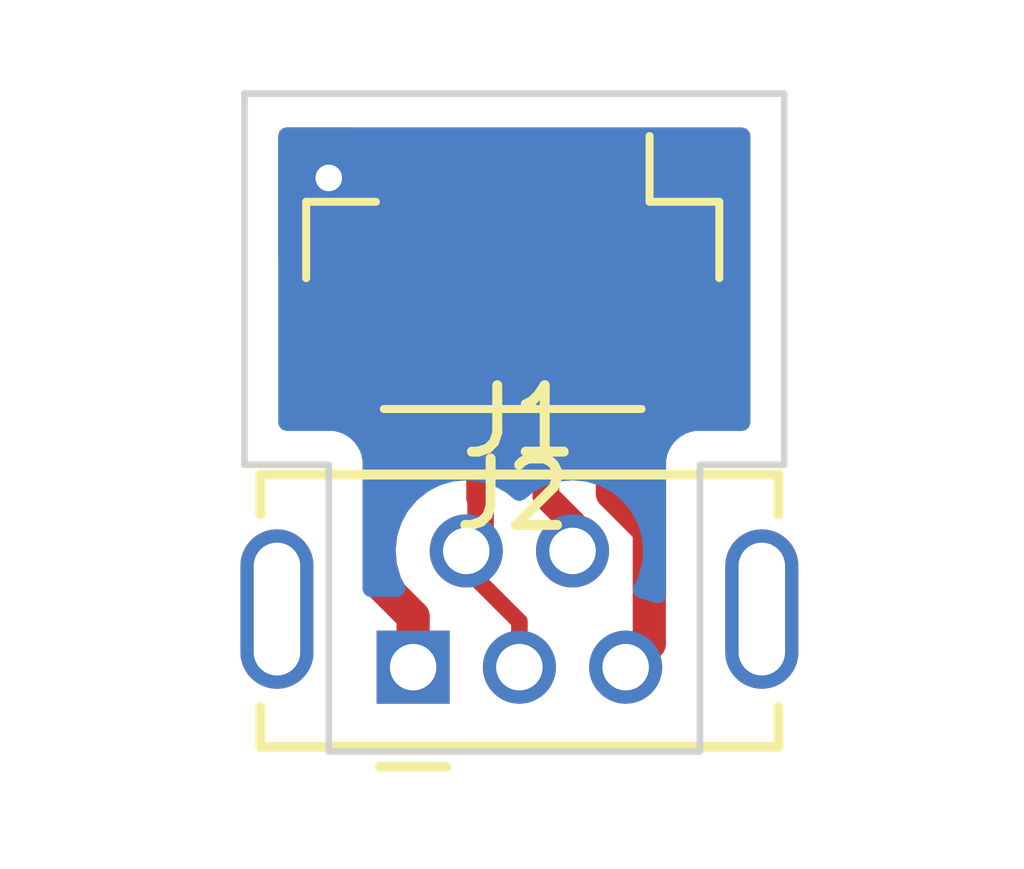
<source format=kicad_pcb>
(kicad_pcb (version 20211014) (generator pcbnew)
  (layers (0 "F.Cu" signal) (31 "B.Cu" signal) (34 "B.Paste" user) (35 "F.Paste" user) (36 "B.SilkS" user "B.Silkscreen") (37 "F.SilkS" user "F.Silkscreen") (38 "B.Mask" user) (39 "F.Mask" user) (44 "Edge.Cuts" user))
  (net 0 "")
  (net 1 "GND")
  (net 2 "Net-(J1-Pad2)")
  (net 3 "+5V")
  (net 5 "Net-(J1-Pad4)")
  (footprint "Connector_USB:USB_Mini-B_Tensility_54-00023_Vertical" (layer "F.Cu") (at 139.192 95.758)
    (fp_text reference "J1" (at 1.6 -3.7) (layer "F.SilkS"))
    (fp_text value "USB_B_Micro")
    (fp_line (start 5.5 1.2) (end 5.5 0.6) (layer "F.SilkS") (width 0.15))
    (fp_line (start -2.3 -2.9) (end 5.5 -2.9) (layer "F.SilkS") (width 0.15))
    (fp_line (start -2.3 0.6) (end -2.3 1.2) (layer "F.SilkS") (width 0.15))
    (fp_line (start 5.5 -2.9) (end 5.5 -2.3) (layer "F.SilkS") (width 0.15))
    (fp_line (start -2.3 -2.3) (end -2.3 -2.9) (layer "F.SilkS") (width 0.15))
    (fp_line (start -2.3 1.2) (end 5.5 1.2) (layer "F.SilkS") (width 0.15))
    (fp_line (start -0.5 1.5) (end 0.5 1.5) (layer "F.SilkS") (width 0.15))
    (pad "1" thru_hole rect (at 0 0) (size 1.1 1.1) (drill 0.7) (layers *.Cu *.Mask) (net 3 "+5V"))
    (pad "2" thru_hole circle (at 0.8 -1.75) (size 1.1 1.1) (drill 0.7) (layers *.Cu *.Mask) (net 2 "Net-(J1-Pad2)"))
    (pad "3" thru_hole circle (at 1.6 0) (size 1.1 1.1) (drill 0.7) (layers *.Cu *.Mask) (net 2 "Net-(J1-Pad2)"))
    (pad "4" thru_hole circle (at 2.4 -1.75) (size 1.1 1.1) (drill 0.7) (layers *.Cu *.Mask) (net 5 "Net-(J1-Pad4)"))
    (pad "5" thru_hole circle (at 3.2 0) (size 1.1 1.1) (drill 0.7) (layers *.Cu *.Mask) (net 1 "GND"))
    (pad "6" thru_hole oval (at 5.25 -0.875) (size 1.1 2.4) (drill oval 0.7 2) (layers *.Cu *.Mask))
    (pad "6" thru_hole oval (at -2.05 -0.875) (size 1.1 2.4) (drill oval 0.7 2) (layers *.Cu *.Mask))
  )
  (footprint "Connector_JST:JST_SH_BM04B-SRSS-TB_1x04-1MP_P1.00mm_Vertical" (layer "F.Cu") (at 140.692 89.861 180)
    (fp_text reference "J2" (at 0 -3.3) (layer "F.SilkS"))
    (fp_text value "Conn_01x04_Female")
    (fp_line (start -1.94 -2.01) (end 1.94 -2.01) (layer "F.SilkS") (width 0.12))
    (fp_line (start 3.11 -0.04) (end 3.11 1.11) (layer "F.SilkS") (width 0.12))
    (fp_line (start 3.11 1.11) (end 2.06 1.11) (layer "F.SilkS") (width 0.12))
    (fp_line (start -3.11 -0.04) (end -3.11 1.11) (layer "F.SilkS") (width 0.12))
    (fp_line (start -2.06 1.11) (end -2.06 2.1) (layer "F.SilkS") (width 0.12))
    (fp_line (start -3.11 1.11) (end -2.06 1.11) (layer "F.SilkS") (width 0.12))
    (pad "1" smd roundrect (at -1.5 1.325 180) (size 0.6 1.55) (layers "F.Cu" "F.Paste" "F.Mask") (net 1 "GND"))
    (pad "2" smd roundrect (at -0.5 1.325 180) (size 0.6 1.55) (layers "F.Cu" "F.Paste" "F.Mask") (net 5 "Net-(J1-Pad4)"))
    (pad "3" smd roundrect (at 0.5 1.325 180) (size 0.6 1.55) (layers "F.Cu" "F.Paste" "F.Mask") (net 2 "Net-(J1-Pad2)"))
    (pad "4" smd roundrect (at 1.5 1.325 180) (size 0.6 1.55) (layers "F.Cu" "F.Paste" "F.Mask") (net 3 "+5V"))
    (pad "MP" smd roundrect (at 2.8 -1.2 180) (size 1.2 1.8) (layers "F.Cu" "F.Paste" "F.Mask") (roundrect_rratio 0.208333))
    (pad "MP" smd roundrect (at -2.8 -1.2 180) (size 1.2 1.8) (layers "F.Cu" "F.Paste" "F.Mask") (roundrect_rratio 0.208333))
  )
  (gr_line (start 143.51 97.028) (end 137.922 97.028) (layer "Edge.Cuts") (width 0.1))
  (gr_line (start 144.78 87.122) (end 144.78 92.71) (layer "Edge.Cuts") (width 0.1))
  (gr_line (start 137.922 92.71) (end 136.652 92.71) (layer "Edge.Cuts") (width 0.1))
  (gr_line (start 137.922 97.028) (end 137.922 92.71) (layer "Edge.Cuts") (width 0.1))
  (gr_line (start 136.652 92.71) (end 136.652 87.122) (layer "Edge.Cuts") (width 0.1))
  (gr_line (start 136.652 87.122) (end 144.78 87.122) (layer "Edge.Cuts") (width 0.1))
  (gr_line (start 144.78 92.71) (end 143.51 92.71) (layer "Edge.Cuts") (width 0.1))
  (gr_line (start 143.51 92.71) (end 143.51 97.028) (layer "Edge.Cuts") (width 0.1))
  (segment (start 142.748 93.693999) (end 142.748 95.402) (width 0.5) (layer "F.Cu") (net 1))
  (segment (start 142.748 95.402) (end 142.392 95.758) (width 0.5) (layer "F.Cu") (net 1))
  (segment (start 142.192 93.137999) (end 142.748 93.693999) (width 0.5) (layer "F.Cu") (net 1))
  (segment (start 142.192 88.536) (end 142.192 93.137999) (width 0.5) (layer "F.Cu") (net 1))
  (segment (start 140.192 88.536) (end 140.192 93.202) (width 0.4) (layer "F.Cu") (net 2))
  (segment (start 139.992 94.272) (end 140.792 95.072) (width 0.25) (layer "F.Cu") (net 2))
  (segment (start 140.792 95.072) (end 140.792 95.758) (width 0.25) (layer "F.Cu") (net 2))
  (segment (start 140.208 93.792) (end 139.992 94.008) (width 0.4) (layer "F.Cu") (net 2))
  (segment (start 140.192 93.202) (end 140.208 93.218) (width 0.4) (layer "F.Cu") (net 2))
  (segment (start 140.97 95.58) (end 140.792 95.758) (width 0.25) (layer "F.Cu") (net 2))
  (segment (start 139.992 94.008) (end 139.992 94.272) (width 0.25) (layer "F.Cu") (net 2))
  (segment (start 141.154563 95.758) (end 140.792 95.758) (width 0.25) (layer "F.Cu") (net 2))
  (segment (start 140.208 93.218) (end 140.208 93.792) (width 0.4) (layer "F.Cu") (net 2))
  (segment (start 140.208 93.792) (end 139.992 94.008) (width 0.25) (layer "B.Cu") (net 2))
  (segment (start 139.192 95.758) (end 139.192 94.996) (width 0.5) (layer "F.Cu") (net 3))
  (segment (start 139.192 94.996) (end 138.684 94.488) (width 0.5) (layer "F.Cu") (net 3))
  (via (at 137.922 88.392) (size 0.8) (drill 0.4) (layers "F.Cu" "B.Cu") (net 3))
  (segment (start 141.192 93.186) (end 141.592 93.586) (width 0.4) (layer "F.Cu") (net 5))
  (segment (start 141.592 93.586) (end 141.592 94.008) (width 0.4) (layer "F.Cu") (net 5))
  (segment (start 141.192 88.536) (end 141.192 93.186) (width 0.4) (layer "F.Cu") (net 5))
  (zone (net 3) (net_name "+5V") (layer "F.Cu") (connect_pads (clearance 0.508)) (min_thickness 0.254) (fill yes (thermal_gap 0.508) (thermal_bridge_width 0.508))
    (polygon (pts (xy 144.78 92.71) (xy 143.51 92.71) (xy 143.51 97.028) (xy 137.922 97.028) (xy 137.922 92.71) (xy 136.652 92.71) (xy 136.652 87.122) (xy 144.78 87.122)))
  )
  (zone (net 3) (net_name "+5V") (layer "B.Cu") (connect_pads (clearance 0.508)) (min_thickness 0.254) (fill yes (thermal_gap 0.508) (thermal_bridge_width 0.508))
    (polygon (pts (xy 144.78 92.71) (xy 143.51 92.71) (xy 143.51 97.028) (xy 137.922 97.028) (xy 137.922 92.71) (xy 136.652 92.71) (xy 136.652 87.122) (xy 144.78 87.122)))
  )
)
</source>
